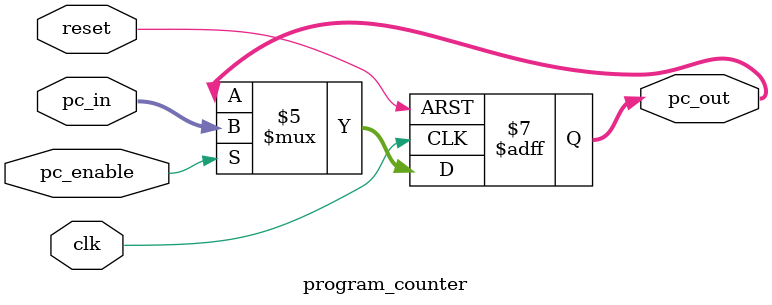
<source format=v>
module program_counter(clk, reset, pc_in, pc_enable, pc_out);
    input clk, reset, pc_enable;
	 input [15:0] pc_in;
    output reg [15:0] pc_out;

    initial begin
    pc_out = 16'b0000000000000000;
    end

    always @ (posedge clk, negedge reset)
    begin
    if (~reset)
      pc_out <= 0;                // initial state
    else if(pc_enable)
		pc_out <= pc_in;     // increment counter + 1
	 else
		pc_out <= pc_out;
end
endmodule 
</source>
